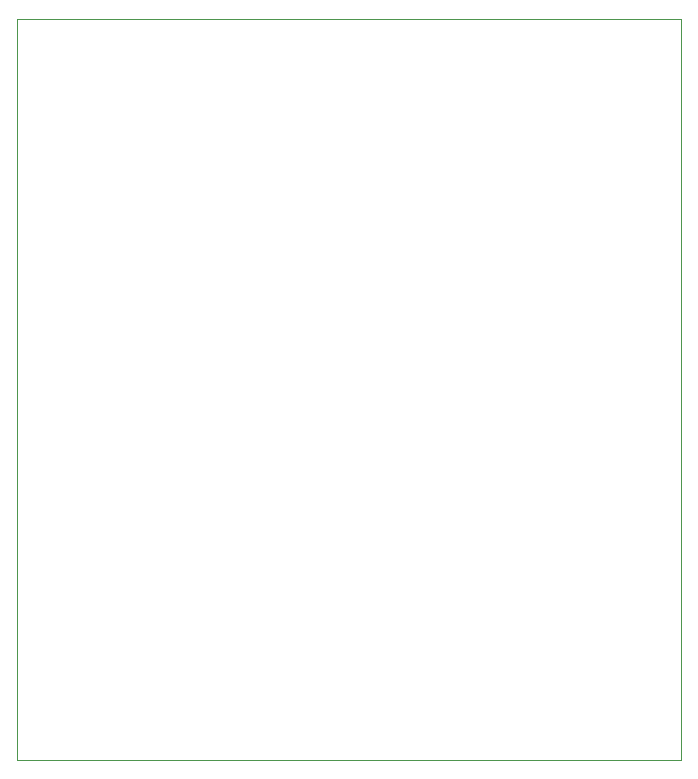
<source format=gbr>
%TF.GenerationSoftware,KiCad,Pcbnew,7.0.10*%
%TF.CreationDate,2024-01-28T16:57:24+01:00*%
%TF.ProjectId,pcb,7063622e-6b69-4636-9164-5f7063625858,rev?*%
%TF.SameCoordinates,Original*%
%TF.FileFunction,Profile,NP*%
%FSLAX46Y46*%
G04 Gerber Fmt 4.6, Leading zero omitted, Abs format (unit mm)*
G04 Created by KiCad (PCBNEW 7.0.10) date 2024-01-28 16:57:24*
%MOMM*%
%LPD*%
G01*
G04 APERTURE LIST*
%TA.AperFunction,Profile*%
%ADD10C,0.050000*%
%TD*%
G04 APERTURE END LIST*
D10*
X225806000Y-21564600D02*
X282067000Y-21564600D01*
X282067000Y-84353400D01*
X225806000Y-84353400D01*
X225806000Y-21564600D01*
M02*

</source>
